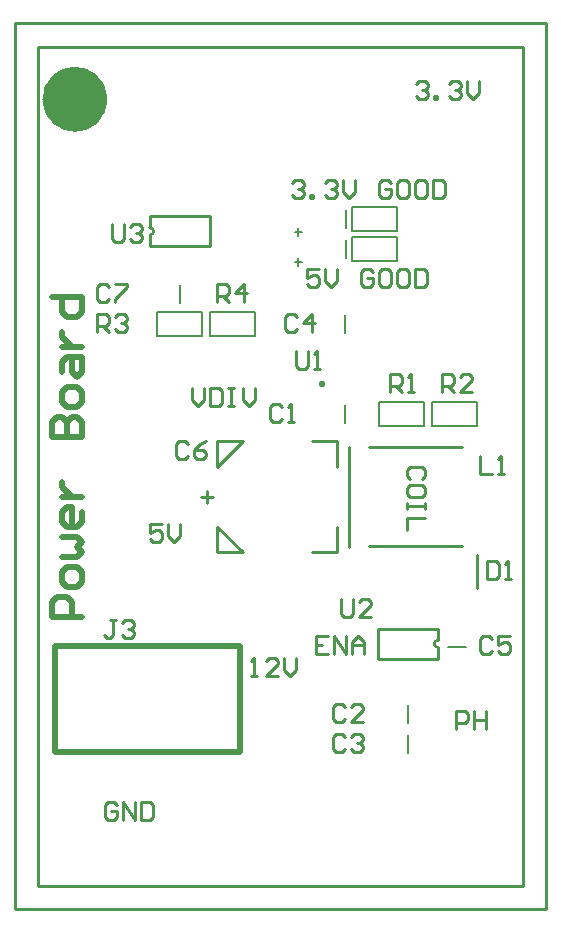
<source format=gto>
G04*
G04 #@! TF.GenerationSoftware,Altium Limited,Altium Designer,18.1.6 (161)*
G04*
G04 Layer_Color=65535*
%FSLAX24Y24*%
%MOIN*%
G70*
G01*
G75*
%ADD10C,0.0100*%
%ADD11C,0.1181*%
%ADD12C,0.0050*%
%ADD13C,0.0197*%
%ADD14C,0.0200*%
D10*
X14108Y8975D02*
G03*
X14108Y8725I0J-125D01*
G01*
X4500Y22475D02*
G03*
X4500Y22725I0J125D01*
G01*
X6750Y12750D02*
X7600Y11900D01*
X6750Y14750D02*
X7600Y15600D01*
X11150Y12075D02*
Y15425D01*
X10750Y14750D02*
Y15600D01*
X9900D02*
X10750D01*
Y11900D02*
Y12750D01*
X9900Y11900D02*
X10750D01*
X6750Y15600D02*
X7600D01*
X6750Y11900D02*
X7600D01*
X6750Y14750D02*
Y15600D01*
Y11900D02*
Y12750D01*
X11808Y15400D02*
X14908D01*
X11808Y12100D02*
X14908D01*
X14108Y8975D02*
Y9350D01*
Y8350D02*
Y8725D01*
X12108Y8350D02*
X14108D01*
X12108D02*
Y9350D01*
X14108D01*
X4500Y22100D02*
Y22475D01*
Y22725D02*
Y23100D01*
X6500D01*
Y22100D02*
Y23100D01*
X4500Y22100D02*
X6500D01*
X15400Y10700D02*
Y11800D01*
X787Y787D02*
Y28740D01*
X16929D01*
Y787D02*
Y28740D01*
X787Y787D02*
X16929D01*
X5894Y17383D02*
Y16983D01*
X6094Y16783D01*
X6294Y16983D01*
Y17383D01*
X6494D02*
Y16783D01*
X6793D01*
X6893Y16883D01*
Y17283D01*
X6793Y17383D01*
X6494D01*
X7093D02*
X7293D01*
X7193D01*
Y16783D01*
X7093D01*
X7293D01*
X7593Y17383D02*
Y16983D01*
X7793Y16783D01*
X7993Y16983D01*
Y17383D01*
X6400Y13550D02*
Y13950D01*
X6200Y13750D02*
X6600D01*
X4900Y12850D02*
X4500D01*
Y12550D01*
X4700Y12650D01*
X4800D01*
X4900Y12550D01*
Y12350D01*
X4800Y12250D01*
X4600D01*
X4500Y12350D01*
X5100Y12850D02*
Y12450D01*
X5300Y12250D01*
X5500Y12450D01*
Y12850D01*
X13358Y27500D02*
X13458Y27600D01*
X13658D01*
X13758Y27500D01*
Y27400D01*
X13658Y27300D01*
X13558D01*
X13658D01*
X13758Y27200D01*
Y27100D01*
X13658Y27000D01*
X13458D01*
X13358Y27100D01*
X13958Y27000D02*
Y27100D01*
X14058D01*
Y27000D01*
X13958D01*
X14458Y27500D02*
X14558Y27600D01*
X14758D01*
X14858Y27500D01*
Y27400D01*
X14758Y27300D01*
X14658D01*
X14758D01*
X14858Y27200D01*
Y27100D01*
X14758Y27000D01*
X14558D01*
X14458Y27100D01*
X15058Y27600D02*
Y27200D01*
X15258Y27000D01*
X15458Y27200D01*
Y27600D01*
X14708Y6000D02*
Y6600D01*
X15008D01*
X15108Y6500D01*
Y6300D01*
X15008Y6200D01*
X14708D01*
X15308Y6600D02*
Y6000D01*
Y6300D01*
X15708D01*
Y6600D01*
Y6000D01*
X10421Y9100D02*
X10021D01*
Y8500D01*
X10421D01*
X10021Y8800D02*
X10221D01*
X10621Y8500D02*
Y9100D01*
X11021Y8500D01*
Y9100D01*
X11221Y8500D02*
Y8900D01*
X11421Y9100D01*
X11621Y8900D01*
Y8500D01*
Y8800D01*
X11221D01*
X7858Y7786D02*
X8058D01*
X7958D01*
Y8386D01*
X7858Y8286D01*
X8758Y7786D02*
X8358D01*
X8758Y8186D01*
Y8286D01*
X8658Y8386D01*
X8458D01*
X8358Y8286D01*
X8958Y8386D02*
Y7986D01*
X9158Y7786D01*
X9358Y7986D01*
Y8386D01*
X3400Y3468D02*
X3300Y3568D01*
X3100D01*
X3000Y3468D01*
Y3068D01*
X3100Y2968D01*
X3300D01*
X3400Y3068D01*
Y3268D01*
X3200D01*
X3600Y2968D02*
Y3568D01*
X4000Y2968D01*
Y3568D01*
X4200D02*
Y2968D01*
X4500D01*
X4599Y3068D01*
Y3468D01*
X4500Y3568D01*
X4200D01*
X13558Y14350D02*
X13658Y14450D01*
Y14650D01*
X13558Y14750D01*
X13158D01*
X13058Y14650D01*
Y14450D01*
X13158Y14350D01*
X13658Y13850D02*
Y14050D01*
X13558Y14150D01*
X13158D01*
X13058Y14050D01*
Y13850D01*
X13158Y13750D01*
X13558D01*
X13658Y13850D01*
Y13550D02*
Y13350D01*
Y13450D01*
X13058D01*
Y13550D01*
Y13350D01*
X13658Y13051D02*
X13058D01*
Y12651D01*
X10283Y17460D02*
X10183D01*
Y17560D01*
X10283D01*
Y17460D01*
X10150Y21350D02*
X9750D01*
Y21050D01*
X9950Y21150D01*
X10050D01*
X10150Y21050D01*
Y20850D01*
X10050Y20750D01*
X9850D01*
X9750Y20850D01*
X10350Y21350D02*
Y20950D01*
X10550Y20750D01*
X10750Y20950D01*
Y21350D01*
X11949Y21250D02*
X11849Y21350D01*
X11649D01*
X11549Y21250D01*
Y20850D01*
X11649Y20750D01*
X11849D01*
X11949Y20850D01*
Y21050D01*
X11749D01*
X12449Y21350D02*
X12249D01*
X12149Y21250D01*
Y20850D01*
X12249Y20750D01*
X12449D01*
X12549Y20850D01*
Y21250D01*
X12449Y21350D01*
X13049D02*
X12849D01*
X12749Y21250D01*
Y20850D01*
X12849Y20750D01*
X13049D01*
X13149Y20850D01*
Y21250D01*
X13049Y21350D01*
X13349D02*
Y20750D01*
X13649D01*
X13749Y20850D01*
Y21250D01*
X13649Y21350D01*
X13349D01*
X9250Y24200D02*
X9350Y24300D01*
X9550D01*
X9650Y24200D01*
Y24100D01*
X9550Y24000D01*
X9450D01*
X9550D01*
X9650Y23900D01*
Y23800D01*
X9550Y23700D01*
X9350D01*
X9250Y23800D01*
X9850Y23700D02*
Y23800D01*
X9950D01*
Y23700D01*
X9850D01*
X10350Y24200D02*
X10450Y24300D01*
X10650D01*
X10750Y24200D01*
Y24100D01*
X10650Y24000D01*
X10550D01*
X10650D01*
X10750Y23900D01*
Y23800D01*
X10650Y23700D01*
X10450D01*
X10350Y23800D01*
X10949Y24300D02*
Y23900D01*
X11149Y23700D01*
X11349Y23900D01*
Y24300D01*
X12549Y24200D02*
X12449Y24300D01*
X12249D01*
X12149Y24200D01*
Y23800D01*
X12249Y23700D01*
X12449D01*
X12549Y23800D01*
Y24000D01*
X12349D01*
X13049Y24300D02*
X12849D01*
X12749Y24200D01*
Y23800D01*
X12849Y23700D01*
X13049D01*
X13149Y23800D01*
Y24200D01*
X13049Y24300D01*
X13649D02*
X13449D01*
X13349Y24200D01*
Y23800D01*
X13449Y23700D01*
X13649D01*
X13749Y23800D01*
Y24200D01*
X13649Y24300D01*
X13948D02*
Y23700D01*
X14248D01*
X14348Y23800D01*
Y24200D01*
X14248Y24300D01*
X13948D01*
X3250Y22850D02*
Y22350D01*
X3350Y22250D01*
X3550D01*
X3650Y22350D01*
Y22850D01*
X3850Y22750D02*
X3950Y22850D01*
X4150D01*
X4250Y22750D01*
Y22650D01*
X4150Y22550D01*
X4050D01*
X4150D01*
X4250Y22450D01*
Y22350D01*
X4150Y22250D01*
X3950D01*
X3850Y22350D01*
X10858Y10350D02*
Y9850D01*
X10958Y9750D01*
X11158D01*
X11258Y9850D01*
Y10350D01*
X11858Y9750D02*
X11458D01*
X11858Y10150D01*
Y10250D01*
X11758Y10350D01*
X11558D01*
X11458Y10250D01*
X9358Y18600D02*
Y18100D01*
X9458Y18000D01*
X9658D01*
X9758Y18100D01*
Y18600D01*
X9958Y18000D02*
X10158D01*
X10058D01*
Y18600D01*
X9958Y18500D01*
X6750Y20250D02*
Y20850D01*
X7050D01*
X7150Y20750D01*
Y20550D01*
X7050Y20450D01*
X6750D01*
X6950D02*
X7150Y20250D01*
X7650D02*
Y20850D01*
X7350Y20550D01*
X7750D01*
X2750Y19250D02*
Y19850D01*
X3050D01*
X3150Y19750D01*
Y19550D01*
X3050Y19450D01*
X2750D01*
X2950D02*
X3150Y19250D01*
X3350Y19750D02*
X3450Y19850D01*
X3650D01*
X3750Y19750D01*
Y19650D01*
X3650Y19550D01*
X3550D01*
X3650D01*
X3750Y19450D01*
Y19350D01*
X3650Y19250D01*
X3450D01*
X3350Y19350D01*
X14250Y17250D02*
Y17850D01*
X14550D01*
X14650Y17750D01*
Y17550D01*
X14550Y17450D01*
X14250D01*
X14450D02*
X14650Y17250D01*
X15250D02*
X14850D01*
X15250Y17650D01*
Y17750D01*
X15150Y17850D01*
X14950D01*
X14850Y17750D01*
X15500Y15100D02*
Y14500D01*
X15900D01*
X16100D02*
X16300D01*
X16200D01*
Y15100D01*
X16100Y15000D01*
X15750Y11600D02*
Y11000D01*
X16050D01*
X16150Y11100D01*
Y11500D01*
X16050Y11600D01*
X15750D01*
X16350Y11000D02*
X16550D01*
X16450D01*
Y11600D01*
X16350Y11500D01*
X3150Y20750D02*
X3050Y20850D01*
X2850D01*
X2750Y20750D01*
Y20350D01*
X2850Y20250D01*
X3050D01*
X3150Y20350D01*
X3350Y20850D02*
X3750D01*
Y20750D01*
X3350Y20350D01*
Y20250D01*
X5758Y15500D02*
X5658Y15600D01*
X5458D01*
X5358Y15500D01*
Y15100D01*
X5458Y15000D01*
X5658D01*
X5758Y15100D01*
X6358Y15600D02*
X6158Y15500D01*
X5958Y15300D01*
Y15100D01*
X6058Y15000D01*
X6258D01*
X6358Y15100D01*
Y15200D01*
X6258Y15300D01*
X5958D01*
X15900Y9000D02*
X15800Y9100D01*
X15600D01*
X15500Y9000D01*
Y8600D01*
X15600Y8500D01*
X15800D01*
X15900Y8600D01*
X16500Y9100D02*
X16100D01*
Y8800D01*
X16300Y8900D01*
X16400D01*
X16500Y8800D01*
Y8600D01*
X16400Y8500D01*
X16200D01*
X16100Y8600D01*
X9400Y19750D02*
X9300Y19850D01*
X9100D01*
X9000Y19750D01*
Y19350D01*
X9100Y19250D01*
X9300D01*
X9400Y19350D01*
X9900Y19250D02*
Y19850D01*
X9600Y19550D01*
X10000D01*
X11006Y5750D02*
X10906Y5850D01*
X10706D01*
X10606Y5750D01*
Y5350D01*
X10706Y5250D01*
X10906D01*
X11006Y5350D01*
X11206Y5750D02*
X11306Y5850D01*
X11506D01*
X11606Y5750D01*
Y5650D01*
X11506Y5550D01*
X11406D01*
X11506D01*
X11606Y5450D01*
Y5350D01*
X11506Y5250D01*
X11306D01*
X11206Y5350D01*
X11008Y6750D02*
X10908Y6850D01*
X10708D01*
X10608Y6750D01*
Y6350D01*
X10708Y6250D01*
X10908D01*
X11008Y6350D01*
X11608Y6250D02*
X11208D01*
X11608Y6650D01*
Y6750D01*
X11508Y6850D01*
X11308D01*
X11208Y6750D01*
X8900Y16745D02*
X8800Y16845D01*
X8600D01*
X8500Y16745D01*
Y16345D01*
X8600Y16245D01*
X8800D01*
X8900Y16345D01*
X9100Y16245D02*
X9300D01*
X9200D01*
Y16845D01*
X9100Y16745D01*
X12500Y17250D02*
Y17850D01*
X12800D01*
X12900Y17750D01*
Y17550D01*
X12800Y17450D01*
X12500D01*
X12700D02*
X12900Y17250D01*
X13100D02*
X13300D01*
X13200D01*
Y17850D01*
X13100Y17750D01*
X3384Y9629D02*
X3184D01*
X3284D01*
Y9129D01*
X3184Y9029D01*
X3084D01*
X2984Y9129D01*
X3584Y9529D02*
X3684Y9629D01*
X3884D01*
X3984Y9529D01*
Y9429D01*
X3884Y9329D01*
X3784D01*
X3884D01*
X3984Y9229D01*
Y9129D01*
X3884Y9029D01*
X3684D01*
X3584Y9129D01*
X0Y0D02*
X17717D01*
Y29528D01*
X0D02*
X17717D01*
X0Y0D02*
Y29528D01*
D11*
X2500Y27000D02*
G03*
X2500Y27000I-500J0D01*
G01*
D12*
X11025Y22700D02*
Y23300D01*
X9450Y22450D02*
Y22700D01*
X9325Y22575D02*
X9575D01*
X11025Y21700D02*
Y22300D01*
X9450Y21450D02*
Y21700D01*
X9325Y21575D02*
X9575D01*
X12294Y16900D02*
X13644D01*
X12144D02*
X12294D01*
X12144Y16100D02*
Y16900D01*
X13644Y16100D02*
Y16900D01*
X12144Y16100D02*
X13644D01*
X14044Y16900D02*
X15394D01*
X13894D02*
X14044D01*
X13894Y16100D02*
Y16900D01*
X15394Y16100D02*
Y16900D01*
X13894Y16100D02*
X15394D01*
X4900Y19900D02*
X6250D01*
X4750D02*
X4900D01*
X4750Y19100D02*
Y19900D01*
X6250Y19100D02*
Y19900D01*
X4750Y19100D02*
X6250D01*
X6650Y19900D02*
X8000D01*
X6500D02*
X6650D01*
X6500Y19100D02*
Y19900D01*
X8000Y19100D02*
Y19900D01*
X6500Y19100D02*
X8000D01*
X11250Y21600D02*
X12600D01*
X12750D01*
Y22400D01*
X11250Y21600D02*
Y22400D01*
X12750D01*
X11250Y22600D02*
X12600D01*
X12750D01*
Y23400D01*
X11250Y22600D02*
Y23400D01*
X12750D01*
X11000Y16200D02*
Y16800D01*
X13108Y6200D02*
Y6800D01*
Y5200D02*
Y5800D01*
X11000Y19200D02*
Y19800D01*
X14450Y8750D02*
X15050D01*
X5500Y20200D02*
Y20800D01*
D13*
X7497Y5230D02*
Y8770D01*
X1322D02*
X7497D01*
X1322Y5230D02*
Y8770D01*
Y5230D02*
X7497D01*
D14*
X2250Y9750D02*
X1250D01*
Y10250D01*
X1417Y10416D01*
X1750D01*
X1917Y10250D01*
Y9750D01*
X2250Y10916D02*
Y11250D01*
X2083Y11416D01*
X1750D01*
X1584Y11250D01*
Y10916D01*
X1750Y10750D01*
X2083D01*
X2250Y10916D01*
X1584Y11749D02*
X2083D01*
X2250Y11916D01*
X2083Y12083D01*
X2250Y12249D01*
X2083Y12416D01*
X1584D01*
X2250Y13249D02*
Y12916D01*
X2083Y12749D01*
X1750D01*
X1584Y12916D01*
Y13249D01*
X1750Y13415D01*
X1917D01*
Y12749D01*
X1584Y13749D02*
X2250D01*
X1917D01*
X1750Y13915D01*
X1584Y14082D01*
Y14249D01*
X1250Y15748D02*
X2250D01*
Y16248D01*
X2083Y16415D01*
X1917D01*
X1750Y16248D01*
Y15748D01*
Y16248D01*
X1584Y16415D01*
X1417D01*
X1250Y16248D01*
Y15748D01*
X2250Y16914D02*
Y17248D01*
X2083Y17414D01*
X1750D01*
X1584Y17248D01*
Y16914D01*
X1750Y16748D01*
X2083D01*
X2250Y16914D01*
X1584Y17914D02*
Y18247D01*
X1750Y18414D01*
X2250D01*
Y17914D01*
X2083Y17747D01*
X1917Y17914D01*
Y18414D01*
X1584Y18747D02*
X2250D01*
X1917D01*
X1750Y18914D01*
X1584Y19080D01*
Y19247D01*
X1250Y20413D02*
X2250D01*
Y19913D01*
X2083Y19747D01*
X1750D01*
X1584Y19913D01*
Y20413D01*
M02*

</source>
